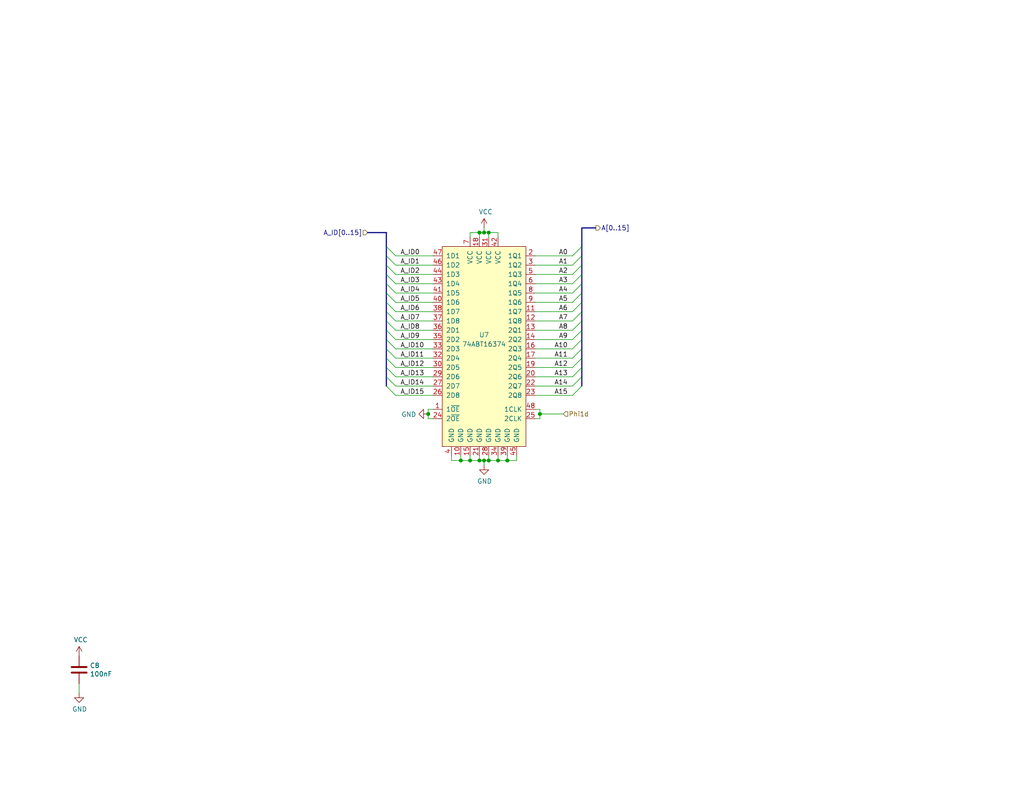
<source format=kicad_sch>
(kicad_sch (version 20250114) (generator "eeschema") (generator_version "9.0")
  (paper "USLetter")
  (title_block (date "2022-04-13") (rev "A"))
  (lib_symbols
    (symbol "74xx (kicad5):74ABT16374" (pin_names (offset 1.016))
      (property "Reference" "U" (at 0 1.27 0))
      (property "Value" "74ABT16374" (at 0 -1.27 0))
      (symbol "74ABT16374_0_0"
        (pin input line (at -13.97 21.59 0) (length 2.54) (name "1D1") (number "47"))
        (pin input line (at -13.97 19.05 0) (length 2.54) (name "1D2") (number "46"))
        (pin input line (at -13.97 16.51 0) (length 2.54) (name "1D3") (number "44"))
        (pin input line (at -13.97 13.97 0) (length 2.54) (name "1D4") (number "43"))
        (pin input line (at -13.97 11.43 0) (length 2.54) (name "1D5") (number "41"))
        (pin input line (at -13.97 8.89 0) (length 2.54) (name "1D6") (number "40"))
        (pin input line (at -13.97 6.35 0) (length 2.54) (name "1D7") (number "38"))
        (pin input line (at -13.97 3.81 0) (length 2.54) (name "1D8") (number "37"))
        (pin input line (at -13.97 1.27 0) (length 2.54) (name "2D1") (number "36"))
        (pin input line (at -13.97 -1.27 0) (length 2.54) (name "2D2") (number "35"))
        (pin input line (at -13.97 -3.81 0) (length 2.54) (name "2D3") (number "33"))
        (pin input line (at -13.97 -6.35 0) (length 2.54) (name "2D4") (number "32"))
        (pin input line (at -13.97 -8.89 0) (length 2.54) (name "2D5") (number "30"))
        (pin input line (at -13.97 -11.43 0) (length 2.54) (name "2D6") (number "29"))
        (pin input line (at -13.97 -13.97 0) (length 2.54) (name "2D7") (number "27"))
        (pin input line (at -13.97 -16.51 0) (length 2.54) (name "2D8") (number "26"))
        (pin input line (at -13.97 -20.32 0) (length 2.54) (name "1~{OE}") (number "1"))
        (pin input line (at -13.97 -22.86 0) (length 2.54) (name "2~{OE}") (number "24"))
        (pin power_in line (at -8.89 -33.02 90) (length 2.54) (name "GND") (number "4"))
        (pin power_in line (at -6.35 -33.02 90) (length 2.54) (name "GND") (number "10"))
        (pin power_in line (at -3.81 26.67 270) (length 2.54) (name "VCC") (number "7"))
        (pin power_in line (at -3.81 -33.02 90) (length 2.54) (name "GND") (number "15"))
        (pin power_in line (at -1.27 26.67 270) (length 2.54) (name "VCC") (number "18"))
        (pin power_in line (at -1.27 -33.02 90) (length 2.54) (name "GND") (number "21"))
        (pin power_in line (at 1.27 26.67 270) (length 2.54) (name "VCC") (number "31"))
        (pin power_in line (at 1.27 -33.02 90) (length 2.54) (name "GND") (number "28"))
        (pin power_in line (at 3.81 26.67 270) (length 2.54) (name "VCC") (number "42"))
        (pin power_in line (at 3.81 -33.02 90) (length 2.54) (name "GND") (number "34"))
        (pin power_in line (at 6.35 -33.02 90) (length 2.54) (name "GND") (number "39"))
        (pin power_in line (at 8.89 -33.02 90) (length 2.54) (name "GND") (number "45"))
        (pin tri_state line (at 13.97 21.59 180) (length 2.54) (name "1Q1") (number "2"))
        (pin tri_state line (at 13.97 19.05 180) (length 2.54) (name "1Q2") (number "3"))
        (pin tri_state line (at 13.97 16.51 180) (length 2.54) (name "1Q3") (number "5"))
        (pin tri_state line (at 13.97 13.97 180) (length 2.54) (name "1Q4") (number "6"))
        (pin tri_state line (at 13.97 11.43 180) (length 2.54) (name "1Q5") (number "8"))
        (pin tri_state line (at 13.97 8.89 180) (length 2.54) (name "1Q6") (number "9"))
        (pin tri_state line (at 13.97 6.35 180) (length 2.54) (name "1Q7") (number "11"))
        (pin tri_state line (at 13.97 3.81 180) (length 2.54) (name "1Q8") (number "12"))
        (pin tri_state line (at 13.97 1.27 180) (length 2.54) (name "2Q1") (number "13"))
        (pin tri_state line (at 13.97 -1.27 180) (length 2.54) (name "2Q2") (number "14"))
        (pin tri_state line (at 13.97 -3.81 180) (length 2.54) (name "2Q3") (number "16"))
        (pin tri_state line (at 13.97 -6.35 180) (length 2.54) (name "2Q4") (number "17"))
        (pin tri_state line (at 13.97 -8.89 180) (length 2.54) (name "2Q5") (number "19"))
        (pin tri_state line (at 13.97 -11.43 180) (length 2.54) (name "2Q6") (number "20"))
        (pin tri_state line (at 13.97 -13.97 180) (length 2.54) (name "2Q7") (number "22"))
        (pin tri_state line (at 13.97 -16.51 180) (length 2.54) (name "2Q8") (number "23"))
        (pin input line (at 13.97 -20.32 180) (length 2.54) (name "1CLK") (number "48"))
        (pin input line (at 13.97 -22.86 180) (length 2.54) (name "2CLK") (number "25"))
      )
      (symbol "74ABT16374_0_1"
        (rectangle (start -11.43 24.13) (end 11.43 -30.48) (fill (type background)))
      )
    )
    (symbol "Device:C" (pin_numbers (hide yes)) (pin_names (offset 0.254))
      (property "Reference" "C" (at 0.635 2.54 0))
      (property "Value" "C" (at 0.635 -2.54 0))
      (symbol "C_0_1"
        (polyline (pts (xy -2.032 0.762) (xy 2.032 0.762)) (stroke (width 0.508)))
        (polyline (pts (xy -2.032 -0.762) (xy 2.032 -0.762)) (stroke (width 0.508)))
      )
      (symbol "C_1_1"
        (pin passive line (at 0 3.81 270) (length 2.794) (name "~") (number "1"))
        (pin passive line (at 0 -3.81 90) (length 2.794) (name "~") (number "2"))
      )
    )
    (symbol "power:GND" (power) (pin_names (offset 0))
      (property "Value" "GND" (at 0 -3.81 0))
      (symbol "GND_0_1"
        (polyline (pts (xy 0 0) (xy 0 -1.27) (xy 1.27 -1.27) (xy 0 -2.54) (xy -1.27 -1.27) (xy 0 -1.27)))
      )
      (symbol "GND_1_1"
        (pin power_in line (at 0 0 270) (length 0) (hide yes) (name "GND") (number "1"))
      )
    )
    (symbol "power:VCC" (power) (pin_names (offset 0))
      (property "Value" "VCC" (at 0 3.81 0))
      (symbol "VCC_0_1"
        (polyline (pts (xy -0.762 1.27) (xy 0 2.54)))
        (polyline (pts (xy 0 2.54) (xy 0.762 1.27)))
        (polyline (pts (xy 0 0) (xy 0 2.54)))
      )
      (symbol "VCC_1_1"
        (pin power_in line (at 0 0 90) (length 0) (hide yes) (name "VCC") (number "1"))
      )
    )
  )
  (junction (at 133.35 125.73))
  (junction (at 132.08 63.5))
  (junction (at 128.27 125.73))
  (junction (at 132.08 125.73))
  (junction (at 133.35 63.5))
  (junction (at 138.43 125.73))
  (junction (at 135.89 125.73))
  (junction (at 125.73 125.73))
  (junction (at 147.32 113.03))
  (junction (at 130.81 125.73))
  (junction (at 130.81 63.5))
  (junction (at 116.84 113.03))
  (bus_entry (at 105.41 90.17) (size 2.54 2.54))
  (bus_entry (at 105.41 80.01) (size 2.54 2.54))
  (bus_entry (at 105.41 95.25) (size 2.54 2.54))
  (bus_entry (at 105.41 105.41) (size 2.54 2.54))
  (bus_entry (at 105.41 100.33) (size 2.54 2.54))
  (bus_entry (at 105.41 82.55) (size 2.54 2.54))
  (bus_entry (at 158.75 67.31) (size -2.54 2.54))
  (bus_entry (at 158.75 102.87) (size -2.54 2.54))
  (bus_entry (at 105.41 97.79) (size 2.54 2.54))
  (bus_entry (at 105.41 74.93) (size 2.54 2.54))
  (bus_entry (at 158.75 97.79) (size -2.54 2.54))
  (bus_entry (at 158.75 80.01) (size -2.54 2.54))
  (bus_entry (at 105.41 67.31) (size 2.54 2.54))
  (bus_entry (at 158.75 77.47) (size -2.54 2.54))
  (bus_entry (at 158.75 72.39) (size -2.54 2.54))
  (bus_entry (at 158.75 74.93) (size -2.54 2.54))
  (bus_entry (at 105.41 102.87) (size 2.54 2.54))
  (bus_entry (at 158.75 95.25) (size -2.54 2.54))
  (bus_entry (at 105.41 92.71) (size 2.54 2.54))
  (bus_entry (at 158.75 105.41) (size -2.54 2.54))
  (bus_entry (at 158.75 92.71) (size -2.54 2.54))
  (bus_entry (at 158.75 87.63) (size -2.54 2.54))
  (bus_entry (at 105.41 77.47) (size 2.54 2.54))
  (bus_entry (at 105.41 69.85) (size 2.54 2.54))
  (bus_entry (at 158.75 90.17) (size -2.54 2.54))
  (bus_entry (at 105.41 87.63) (size 2.54 2.54))
  (bus_entry (at 158.75 100.33) (size -2.54 2.54))
  (bus_entry (at 105.41 72.39) (size 2.54 2.54))
  (bus_entry (at 105.41 85.09) (size 2.54 2.54))
  (bus_entry (at 158.75 69.85) (size -2.54 2.54))
  (bus_entry (at 158.75 85.09) (size -2.54 2.54))
  (bus_entry (at 158.75 82.55) (size -2.54 2.54))
  (bus (pts (xy 158.75 74.93) (xy 158.75 77.47)))
  (bus (pts (xy 158.75 80.01) (xy 158.75 82.55)))
  (wire (pts (xy 156.21 97.79) (xy 146.05 97.79)))
  (bus (pts (xy 105.41 72.39) (xy 105.41 74.93)))
  (wire (pts (xy 133.35 63.5) (xy 135.89 63.5)))
  (wire (pts (xy 156.21 82.55) (xy 146.05 82.55)))
  (wire (pts (xy 116.84 111.76) (xy 116.84 113.03)))
  (wire (pts (xy 107.95 97.79) (xy 118.11 97.79)))
  (wire (pts (xy 156.21 80.01) (xy 146.05 80.01)))
  (bus (pts (xy 105.41 102.87) (xy 105.41 105.41)))
  (wire (pts (xy 133.35 125.73) (xy 135.89 125.73)))
  (wire (pts (xy 156.21 74.93) (xy 146.05 74.93)))
  (wire (pts (xy 146.05 111.76) (xy 147.32 111.76)))
  (bus (pts (xy 105.41 77.47) (xy 105.41 80.01)))
  (bus (pts (xy 105.41 85.09) (xy 105.41 87.63)))
  (wire (pts (xy 156.21 105.41) (xy 146.05 105.41)))
  (wire (pts (xy 123.19 124.46) (xy 123.19 125.73)))
  (wire (pts (xy 107.95 92.71) (xy 118.11 92.71)))
  (wire (pts (xy 130.81 124.46) (xy 130.81 125.73)))
  (wire (pts (xy 138.43 124.46) (xy 138.43 125.73)))
  (wire (pts (xy 118.11 111.76) (xy 116.84 111.76)))
  (wire (pts (xy 116.84 113.03) (xy 116.84 114.3)))
  (bus (pts (xy 158.75 72.39) (xy 158.75 74.93)))
  (wire (pts (xy 156.21 72.39) (xy 146.05 72.39)))
  (bus (pts (xy 158.75 69.85) (xy 158.75 72.39)))
  (wire (pts (xy 128.27 124.46) (xy 128.27 125.73)))
  (bus (pts (xy 105.41 82.55) (xy 105.41 85.09)))
  (bus (pts (xy 158.75 87.63) (xy 158.75 90.17)))
  (wire (pts (xy 107.95 87.63) (xy 118.11 87.63)))
  (wire (pts (xy 147.32 111.76) (xy 147.32 113.03)))
  (bus (pts (xy 105.41 92.71) (xy 105.41 95.25)))
  (wire (pts (xy 107.95 69.85) (xy 118.11 69.85)))
  (wire (pts (xy 107.95 90.17) (xy 118.11 90.17)))
  (bus (pts (xy 162.56 62.23) (xy 158.75 62.23)))
  (bus (pts (xy 158.75 92.71) (xy 158.75 95.25)))
  (wire (pts (xy 107.95 95.25) (xy 118.11 95.25)))
  (wire (pts (xy 147.32 114.3) (xy 146.05 114.3)))
  (wire (pts (xy 138.43 125.73) (xy 140.97 125.73)))
  (bus (pts (xy 105.41 90.17) (xy 105.41 92.71)))
  (wire (pts (xy 107.95 80.01) (xy 118.11 80.01)))
  (wire (pts (xy 156.21 69.85) (xy 146.05 69.85)))
  (bus (pts (xy 105.41 80.01) (xy 105.41 82.55)))
  (wire (pts (xy 156.21 90.17) (xy 146.05 90.17)))
  (wire (pts (xy 132.08 125.73) (xy 132.08 127)))
  (bus (pts (xy 105.41 67.31) (xy 105.41 69.85)))
  (wire (pts (xy 128.27 63.5) (xy 130.81 63.5)))
  (bus (pts (xy 158.75 90.17) (xy 158.75 92.71)))
  (bus (pts (xy 158.75 67.31) (xy 158.75 69.85)))
  (wire (pts (xy 156.21 92.71) (xy 146.05 92.71)))
  (bus (pts (xy 158.75 100.33) (xy 158.75 102.87)))
  (bus (pts (xy 158.75 95.25) (xy 158.75 97.79)))
  (wire (pts (xy 107.95 100.33) (xy 118.11 100.33)))
  (wire (pts (xy 135.89 124.46) (xy 135.89 125.73)))
  (wire (pts (xy 132.08 125.73) (xy 133.35 125.73)))
  (wire (pts (xy 156.21 95.25) (xy 146.05 95.25)))
  (wire (pts (xy 135.89 125.73) (xy 138.43 125.73)))
  (wire (pts (xy 156.21 77.47) (xy 146.05 77.47)))
  (wire (pts (xy 107.95 105.41) (xy 118.11 105.41)))
  (wire (pts (xy 125.73 124.46) (xy 125.73 125.73)))
  (wire (pts (xy 147.32 113.03) (xy 153.67 113.03)))
  (wire (pts (xy 140.97 125.73) (xy 140.97 124.46)))
  (wire (pts (xy 116.84 114.3) (xy 118.11 114.3)))
  (wire (pts (xy 133.35 64.77) (xy 133.35 63.5)))
  (wire (pts (xy 156.21 102.87) (xy 146.05 102.87)))
  (bus (pts (xy 158.75 82.55) (xy 158.75 85.09)))
  (wire (pts (xy 156.21 85.09) (xy 146.05 85.09)))
  (wire (pts (xy 130.81 63.5) (xy 132.08 63.5)))
  (bus (pts (xy 158.75 77.47) (xy 158.75 80.01)))
  (bus (pts (xy 158.75 97.79) (xy 158.75 100.33)))
  (wire (pts (xy 107.95 77.47) (xy 118.11 77.47)))
  (wire (pts (xy 123.19 125.73) (xy 125.73 125.73)))
  (wire (pts (xy 133.35 124.46) (xy 133.35 125.73)))
  (bus (pts (xy 105.41 97.79) (xy 105.41 100.33)))
  (bus (pts (xy 105.41 100.33) (xy 105.41 102.87)))
  (wire (pts (xy 107.95 107.95) (xy 118.11 107.95)))
  (wire (pts (xy 156.21 107.95) (xy 146.05 107.95)))
  (wire (pts (xy 107.95 102.87) (xy 118.11 102.87)))
  (bus (pts (xy 105.41 87.63) (xy 105.41 90.17)))
  (wire (pts (xy 156.21 87.63) (xy 146.05 87.63)))
  (bus (pts (xy 158.75 62.23) (xy 158.75 67.31)))
  (wire (pts (xy 107.95 82.55) (xy 118.11 82.55)))
  (wire (pts (xy 147.32 113.03) (xy 147.32 114.3)))
  (bus (pts (xy 158.75 102.87) (xy 158.75 105.41)))
  (wire (pts (xy 156.21 100.33) (xy 146.05 100.33)))
  (wire (pts (xy 21.59 189.23) (xy 21.59 186.69)))
  (bus (pts (xy 105.41 63.5) (xy 105.41 67.31)))
  (wire (pts (xy 132.08 63.5) (xy 133.35 63.5)))
  (bus (pts (xy 105.41 95.25) (xy 105.41 97.79)))
  (wire (pts (xy 107.95 74.93) (xy 118.11 74.93)))
  (wire (pts (xy 130.81 64.77) (xy 130.81 63.5)))
  (wire (pts (xy 128.27 64.77) (xy 128.27 63.5)))
  (wire (pts (xy 107.95 85.09) (xy 118.11 85.09)))
  (bus (pts (xy 105.41 69.85) (xy 105.41 72.39)))
  (bus (pts (xy 105.41 74.93) (xy 105.41 77.47)))
  (wire (pts (xy 125.73 125.73) (xy 128.27 125.73)))
  (wire (pts (xy 107.95 72.39) (xy 118.11 72.39)))
  (wire (pts (xy 135.89 63.5) (xy 135.89 64.77)))
  (wire (pts (xy 130.81 125.73) (xy 132.08 125.73)))
  (wire (pts (xy 128.27 125.73) (xy 130.81 125.73)))
  (bus (pts (xy 158.75 85.09) (xy 158.75 87.63)))
  (bus (pts (xy 100.33 63.5) (xy 105.41 63.5)))
  (wire (pts (xy 132.08 62.23) (xy 132.08 63.5)))
  (label "A_ID8" (at 109.22 90.17 0))
  (label "A_ID12" (at 109.22 100.33 0))
  (label "A10" (at 154.94 95.25 180))
  (label "A_ID14" (at 109.22 105.41 0))
  (label "A8" (at 154.94 90.17 180))
  (label "A_ID11" (at 109.22 97.79 0))
  (label "A_ID9" (at 109.22 92.71 0))
  (label "A9" (at 154.94 92.71 180))
  (label "A3" (at 154.94 77.47 180))
  (label "A_ID1" (at 109.22 72.39 0))
  (label "A_ID15" (at 109.22 107.95 0))
  (label "A0" (at 154.94 69.85 180))
  (label "A_ID4" (at 109.22 80.01 0))
  (label "A13" (at 154.94 102.87 180))
  (label "A_ID0" (at 109.22 69.85 0))
  (label "A6" (at 154.94 85.09 180))
  (label "A12" (at 154.94 100.33 180))
  (label "A7" (at 154.94 87.63 180))
  (label "A_ID13" (at 109.22 102.87 0))
  (label "A11" (at 154.94 97.79 180))
  (label "A15" (at 154.94 107.95 180))
  (label "A_ID7" (at 109.22 87.63 0))
  (label "A_ID2" (at 109.22 74.93 0))
  (label "A14" (at 154.94 105.41 180))
  (label "A1" (at 154.94 72.39 180))
  (label "A5" (at 154.94 82.55 180))
  (label "A4" (at 154.94 80.01 180))
  (label "A_ID5" (at 109.22 82.55 0))
  (label "A_ID10" (at 109.22 95.25 0))
  (label "A2" (at 154.94 74.93 180))
  (label "A_ID6" (at 109.22 85.09 0))
  (label "A_ID3" (at 109.22 77.47 0))
  (hierarchical_label "A_ID[0..15]" (shape input) (at 100.33 63.5 180))
  (hierarchical_label "A[0..15]" (shape output) (at 162.56 62.23 0))
  (hierarchical_label "Phi1d" (shape input) (at 153.67 113.03 0))
  (symbol (lib_id "Device:C") (at 21.59 182.88 0) (unit 1)
    (property "Reference" "C8" (at 24.511 181.7116 0) (effects (justify left)))
    (property "Value" "100nF" (at 24.511 184.023 0) (effects (justify left)))
    (property "Footprint" "Capacitor_SMD:C_0603_1608Metric_Pad1.08x0.95mm_HandSolder" (effects (hide yes)))
    (property "Mouser" "https://www.mouser.com/ProductDetail/963-EMK107B7104KAHT" (effects (hide yes)))
  )
  (symbol (lib_id "power:VCC") (at 21.59 179.07 0) (unit 1)
    (property "Reference" "#PWR029" (effects (hide yes)))
    (property "Value" "VCC" (at 22.0218 174.6758 0))
  )
  (symbol (lib_id "power:GND") (at 21.59 189.23 0) (unit 1)
    (property "Reference" "#PWR030" (effects (hide yes)))
    (property "Value" "GND" (at 21.717 193.6242 0))
  )
  (symbol (lib_id "power:GND") (at 116.84 113.03 270) (unit 1)
    (property "Reference" "#PWR031" (effects (hide yes)))
    (property "Value" "GND" (at 113.5888 113.157 90) (effects (justify right)))
  )
  (symbol (lib_id "power:VCC") (at 132.08 62.23 0) (unit 1)
    (property "Reference" "#PWR032" (effects (hide yes)))
    (property "Value" "VCC" (at 132.5118 57.8358 0))
  )
  (symbol (lib_id "power:GND") (at 132.08 127 0) (unit 1)
    (property "Reference" "#PWR033" (effects (hide yes)))
    (property "Value" "GND" (at 132.207 131.3942 0))
  )
  (symbol (lib_id "74xx (kicad5):74ABT16374") (at 132.08 91.44 0) (unit 1)
    (property "Reference" "U7" (at 132.08 91.44 0))
    (property "Value" "74ABT16374" (at 132.08 93.98 0))
    (property "Footprint" "Package_SO:TSSOP-48_6.1x12.5mm_P0.5mm" (effects (hide yes)))
    (property "Datasheet" "https://www.ti.com/lit/ds/symlink/sn74abt16374a.pdf?HQS=dis-mous-null-mousermode-dsf-pf-null-wwe&ts=1617318801237" (effects (hide yes)))
    (property "Mouser" "https://www.mouser.com/ProductDetail/Texas-Instruments/SN74ABT16374ADGGR?qs=%2Fha2pyFadui8Wf%2F61v2joCyY9bOa3peBR5btn0VUHs8%3D" (effects (hide yes)))
  )
)
</source>
